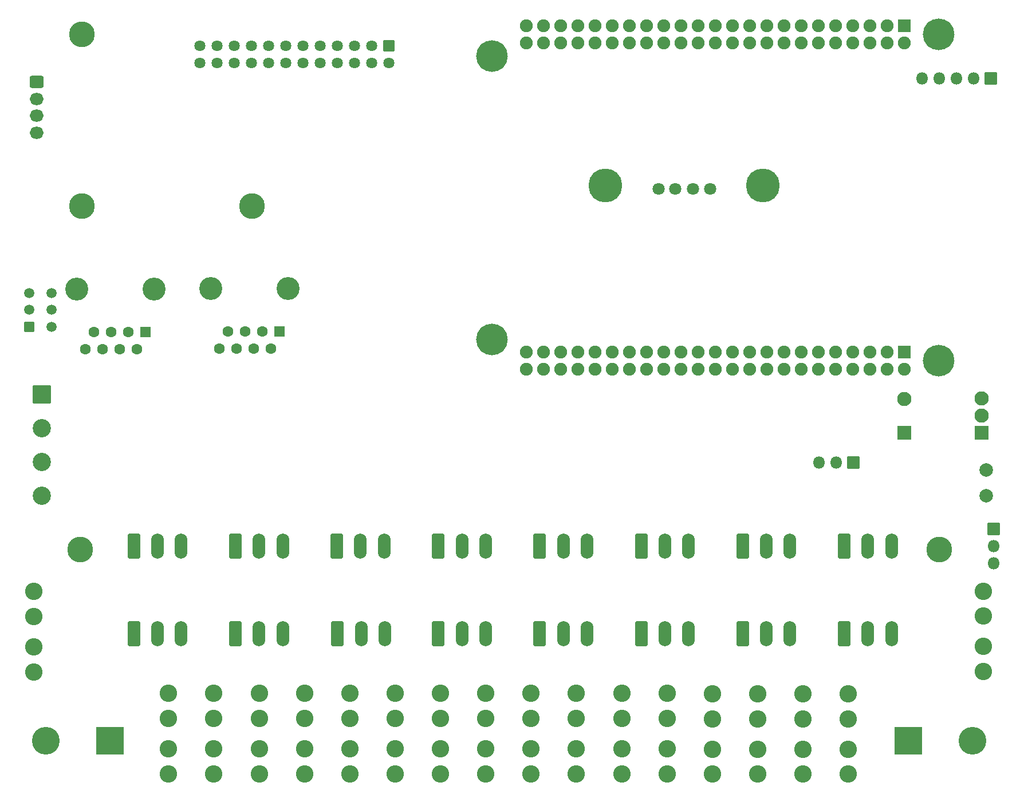
<source format=gbr>
G04 #@! TF.GenerationSoftware,KiCad,Pcbnew,(6.0.2)*
G04 #@! TF.CreationDate,2022-03-08T13:44:08-05:00*
G04 #@! TF.ProjectId,BBB_16,4242425f-3136-42e6-9b69-6361645f7063,v2*
G04 #@! TF.SameCoordinates,Original*
G04 #@! TF.FileFunction,Soldermask,Bot*
G04 #@! TF.FilePolarity,Negative*
%FSLAX46Y46*%
G04 Gerber Fmt 4.6, Leading zero omitted, Abs format (unit mm)*
G04 Created by KiCad (PCBNEW (6.0.2)) date 2022-03-08 13:44:08*
%MOMM*%
%LPD*%
G01*
G04 APERTURE LIST*
G04 Aperture macros list*
%AMRoundRect*
0 Rectangle with rounded corners*
0 $1 Rounding radius*
0 $2 $3 $4 $5 $6 $7 $8 $9 X,Y pos of 4 corners*
0 Add a 4 corners polygon primitive as box body*
4,1,4,$2,$3,$4,$5,$6,$7,$8,$9,$2,$3,0*
0 Add four circle primitives for the rounded corners*
1,1,$1+$1,$2,$3*
1,1,$1+$1,$4,$5*
1,1,$1+$1,$6,$7*
1,1,$1+$1,$8,$9*
0 Add four rect primitives between the rounded corners*
20,1,$1+$1,$2,$3,$4,$5,0*
20,1,$1+$1,$4,$5,$6,$7,0*
20,1,$1+$1,$6,$7,$8,$9,0*
20,1,$1+$1,$8,$9,$2,$3,0*%
G04 Aperture macros list end*
%ADD10C,1.602000*%
%ADD11RoundRect,0.051000X0.750000X0.750000X-0.750000X0.750000X-0.750000X-0.750000X0.750000X-0.750000X0*%
%ADD12C,3.402000*%
%ADD13C,2.577000*%
%ADD14O,1.902000X3.702000*%
%ADD15RoundRect,0.301000X-0.650000X-1.550000X0.650000X-1.550000X0.650000X1.550000X-0.650000X1.550000X0*%
%ADD16O,1.802000X1.802000*%
%ADD17RoundRect,0.051000X-0.850000X0.850000X-0.850000X-0.850000X0.850000X-0.850000X0.850000X0.850000X0*%
%ADD18C,3.802000*%
%ADD19C,1.802000*%
%ADD20C,5.000000*%
%ADD21C,4.102000*%
%ADD22RoundRect,0.051000X2.000000X2.000000X-2.000000X2.000000X-2.000000X-2.000000X2.000000X-2.000000X0*%
%ADD23RoundRect,0.051000X-2.000000X-2.000000X2.000000X-2.000000X2.000000X2.000000X-2.000000X2.000000X0*%
%ADD24C,1.632000*%
%ADD25RoundRect,0.051000X0.765000X0.765000X-0.765000X0.765000X-0.765000X-0.765000X0.765000X-0.765000X0*%
%ADD26C,4.674000*%
%ADD27C,1.902000*%
%ADD28RoundRect,0.051000X-0.900000X-0.900000X0.900000X-0.900000X0.900000X0.900000X-0.900000X0.900000X0*%
%ADD29RoundRect,0.051000X1.000000X-1.000000X1.000000X1.000000X-1.000000X1.000000X-1.000000X-1.000000X0*%
%ADD30C,2.102000*%
%ADD31O,2.052000X1.802000*%
%ADD32RoundRect,0.301000X-0.725000X0.600000X-0.725000X-0.600000X0.725000X-0.600000X0.725000X0.600000X0*%
%ADD33C,2.006000*%
%ADD34RoundRect,0.051000X-0.850000X-0.850000X0.850000X-0.850000X0.850000X0.850000X-0.850000X0.850000X0*%
%ADD35RoundRect,0.051000X-1.300000X1.300000X-1.300000X-1.300000X1.300000X-1.300000X1.300000X1.300000X0*%
%ADD36C,2.702000*%
%ADD37C,1.502000*%
%ADD38RoundRect,0.051000X0.700000X-0.700000X0.700000X0.700000X-0.700000X0.700000X-0.700000X-0.700000X0*%
G04 APERTURE END LIST*
D10*
X81959500Y-87539800D03*
X83229500Y-84999800D03*
X84499500Y-87539800D03*
X85769500Y-84999800D03*
X87039500Y-87539800D03*
X88309500Y-84999800D03*
X89579500Y-87539800D03*
D11*
X90849500Y-84999800D03*
D12*
X92119500Y-78649800D03*
X80689500Y-78649800D03*
D10*
X101759500Y-87439800D03*
X103029500Y-84899800D03*
X104299500Y-87439800D03*
X105569500Y-84899800D03*
X106839500Y-87439800D03*
X108109500Y-84899800D03*
X109379500Y-87439800D03*
D11*
X110649500Y-84899800D03*
D12*
X111919500Y-78549800D03*
X100489500Y-78549800D03*
D13*
X74282600Y-123338600D03*
X74282600Y-127038600D03*
X74282600Y-131538600D03*
X74282600Y-135238600D03*
D14*
X96100000Y-129600000D03*
X92600000Y-129600000D03*
D15*
X89100000Y-129600000D03*
D14*
X126100000Y-116600000D03*
X122600000Y-116600000D03*
D15*
X119100000Y-116600000D03*
D14*
X126214342Y-129600000D03*
X122714342Y-129600000D03*
D15*
X119214342Y-129600000D03*
D14*
X141100000Y-116600000D03*
X137600000Y-116600000D03*
D15*
X134100000Y-116600000D03*
D14*
X141100000Y-129600000D03*
X137600000Y-129600000D03*
D15*
X134100000Y-129600000D03*
D14*
X156100000Y-116600000D03*
X152600000Y-116600000D03*
D15*
X149100000Y-116600000D03*
D14*
X156100000Y-129600000D03*
X152600000Y-129600000D03*
D15*
X149100000Y-129600000D03*
D14*
X171100000Y-116600000D03*
X167600000Y-116600000D03*
D15*
X164100000Y-116600000D03*
D14*
X171100000Y-129600000D03*
X167600000Y-129600000D03*
D15*
X164100000Y-129600000D03*
D14*
X186100000Y-116600000D03*
X182600000Y-116600000D03*
D15*
X179100000Y-116600000D03*
D14*
X186100000Y-129600000D03*
X182600000Y-129600000D03*
D15*
X179100000Y-129600000D03*
D14*
X201100000Y-116600000D03*
X197600000Y-116600000D03*
D15*
X194100000Y-116600000D03*
D14*
X201100000Y-129600000D03*
X197600000Y-129600000D03*
D15*
X194100000Y-129600000D03*
D13*
X94222600Y-138388600D03*
X94222600Y-142088600D03*
X94222600Y-146588600D03*
X94222600Y-150288600D03*
X134425198Y-138398600D03*
X134425198Y-142098600D03*
X134425198Y-146598600D03*
X134425198Y-150298600D03*
X181328229Y-138463600D03*
X181328229Y-142163600D03*
X181328229Y-146663600D03*
X181328229Y-150363600D03*
X100923033Y-138403600D03*
X100923033Y-142103600D03*
X100923033Y-146603600D03*
X100923033Y-150303600D03*
X127724765Y-138398600D03*
X127724765Y-142098600D03*
X127724765Y-146598600D03*
X127724765Y-150298600D03*
X141125631Y-138398600D03*
X141125631Y-142098600D03*
X141125631Y-146598600D03*
X141125631Y-150298600D03*
X147826064Y-138398600D03*
X147826064Y-142098600D03*
X147826064Y-146598600D03*
X147826064Y-150298600D03*
X154526497Y-138398600D03*
X154526497Y-142098600D03*
X154526497Y-146598600D03*
X154526497Y-150298600D03*
X194729100Y-138463600D03*
X194729100Y-142163600D03*
X194729100Y-146663600D03*
X194729100Y-150363600D03*
X121024332Y-138398600D03*
X121024332Y-142098600D03*
X121024332Y-146598600D03*
X121024332Y-150298600D03*
X107623466Y-138403600D03*
X107623466Y-142103600D03*
X107623466Y-146603600D03*
X107623466Y-150303600D03*
X174627796Y-138463600D03*
X174627796Y-142163600D03*
X174627796Y-146663600D03*
X174627796Y-150363600D03*
X161226930Y-138398600D03*
X161226930Y-142098600D03*
X161226930Y-146598600D03*
X161226930Y-150298600D03*
X114323899Y-138403600D03*
X114323899Y-142103600D03*
X114323899Y-146603600D03*
X114323899Y-150303600D03*
D14*
X96100000Y-116600000D03*
X92600000Y-116600000D03*
D15*
X89100000Y-116600000D03*
D14*
X111100000Y-116600000D03*
X107600000Y-116600000D03*
D15*
X104100000Y-116600000D03*
D14*
X111100000Y-129600000D03*
X107600000Y-129600000D03*
D15*
X104100000Y-129600000D03*
D16*
X205607000Y-47499800D03*
X208147000Y-47499800D03*
X210687000Y-47499800D03*
X213227000Y-47499800D03*
D17*
X215767000Y-47499800D03*
D13*
X188028662Y-138463600D03*
X188028662Y-142163600D03*
X188028662Y-146663600D03*
X188028662Y-150363600D03*
X167927363Y-138398600D03*
X167927363Y-142098600D03*
X167927363Y-146598600D03*
X167927363Y-150298600D03*
D18*
X81427600Y-66318600D03*
X106527600Y-66318600D03*
D19*
X174267000Y-63799800D03*
X171767000Y-63799800D03*
X169167000Y-63799800D03*
X166667000Y-63799800D03*
D20*
X182117000Y-63299800D03*
X158817000Y-63299800D03*
D18*
X81127600Y-117118600D03*
D13*
X214726000Y-123281800D03*
X214726000Y-126981800D03*
X214726000Y-131481800D03*
X214726000Y-135181800D03*
D21*
X76067000Y-145399800D03*
D22*
X85567000Y-145399800D03*
D21*
X213067000Y-145399800D03*
D23*
X203567000Y-145399800D03*
D24*
X98897000Y-45169800D03*
X98897000Y-42629800D03*
X101437000Y-45169800D03*
X101437000Y-42629800D03*
X103977000Y-45169800D03*
X103977000Y-42629800D03*
X106517000Y-45169800D03*
X106517000Y-42629800D03*
X109057000Y-45169800D03*
X109057000Y-42629800D03*
X111597000Y-45169800D03*
X111597000Y-42629800D03*
X114137000Y-45169800D03*
X114137000Y-42629800D03*
X116677000Y-45169800D03*
X116677000Y-42629800D03*
X119217000Y-45169800D03*
X119217000Y-42629800D03*
X121757000Y-45169800D03*
X121757000Y-42629800D03*
X124297000Y-45169800D03*
X124297000Y-42629800D03*
X126837000Y-45169800D03*
D25*
X126837000Y-42629800D03*
D26*
X142002000Y-86054800D03*
X208042000Y-89229800D03*
X208042000Y-40969800D03*
X142002000Y-44144800D03*
D27*
X147082000Y-42239800D03*
X147082000Y-39699800D03*
X149622000Y-42239800D03*
X149622000Y-39699800D03*
X152162000Y-42239800D03*
X152162000Y-39699800D03*
X154702000Y-42239800D03*
X154702000Y-39699800D03*
X157242000Y-42239800D03*
X157242000Y-39699800D03*
X159782000Y-42239800D03*
X159782000Y-39699800D03*
X162322000Y-42239800D03*
X162322000Y-39699800D03*
X164862000Y-42239800D03*
X164862000Y-39699800D03*
X167402000Y-42239800D03*
X167402000Y-39699800D03*
X169942000Y-42239800D03*
X169942000Y-39699800D03*
X172482000Y-42239800D03*
X172482000Y-39699800D03*
X175022000Y-42239800D03*
X175022000Y-39699800D03*
X177562000Y-42239800D03*
X177562000Y-39699800D03*
X180102000Y-42239800D03*
X180102000Y-39699800D03*
X182642000Y-42239800D03*
X182642000Y-39699800D03*
X185182000Y-42239800D03*
X185182000Y-39699800D03*
X187722000Y-42239800D03*
X187722000Y-39699800D03*
X190262000Y-42239800D03*
X190262000Y-39699800D03*
X192802000Y-42239800D03*
X192802000Y-39699800D03*
X195342000Y-42239800D03*
X195342000Y-39699800D03*
X197882000Y-42239800D03*
X197882000Y-39699800D03*
X200422000Y-42239800D03*
X200422000Y-39699800D03*
X202962000Y-42239800D03*
D28*
X202962000Y-39699800D03*
D27*
X147082000Y-90499800D03*
X147082000Y-87959800D03*
X149622000Y-90499800D03*
X149622000Y-87959800D03*
X152162000Y-90499800D03*
X152162000Y-87959800D03*
X154702000Y-90499800D03*
X154702000Y-87959800D03*
X157242000Y-90499800D03*
X157242000Y-87959800D03*
X159782000Y-90499800D03*
X159782000Y-87959800D03*
X162322000Y-90499800D03*
X162322000Y-87959800D03*
X164862000Y-90499800D03*
X164862000Y-87959800D03*
X167402000Y-90499800D03*
X167402000Y-87959800D03*
X169942000Y-90499800D03*
X169942000Y-87959800D03*
X172482000Y-90499800D03*
X172482000Y-87959800D03*
X175022000Y-90499800D03*
X175022000Y-87959800D03*
X177562000Y-90499800D03*
X177562000Y-87959800D03*
X180102000Y-90499800D03*
X180102000Y-87959800D03*
X182642000Y-90499800D03*
X182642000Y-87959800D03*
X185182000Y-90499800D03*
X185182000Y-87959800D03*
X187722000Y-90499800D03*
X187722000Y-87959800D03*
X190262000Y-90499800D03*
X190262000Y-87959800D03*
X192802000Y-90499800D03*
X192802000Y-87959800D03*
X195342000Y-90499800D03*
X195342000Y-87959800D03*
X197882000Y-90499800D03*
X197882000Y-87959800D03*
X200422000Y-90499800D03*
X200422000Y-87959800D03*
X202962000Y-90499800D03*
D28*
X202962000Y-87959800D03*
D18*
X208127600Y-117118600D03*
D16*
X190412000Y-104299800D03*
X192952000Y-104299800D03*
D17*
X195492000Y-104299800D03*
D29*
X214467000Y-99899800D03*
D30*
X214467000Y-97359800D03*
X214467000Y-94819800D03*
D31*
X74767000Y-55499800D03*
X74767000Y-52999800D03*
X74767000Y-50499800D03*
D32*
X74767000Y-47999800D03*
D33*
X215117459Y-105395360D03*
X215117459Y-109205360D03*
D16*
X216167000Y-119179800D03*
X216167000Y-116639800D03*
D34*
X216167000Y-114099800D03*
D35*
X75467000Y-94199800D03*
D36*
X75467000Y-99199800D03*
X75467000Y-104199800D03*
X75467000Y-109199800D03*
D37*
X76967000Y-79199800D03*
X76967000Y-81699800D03*
X76967000Y-84199800D03*
X73667000Y-79199800D03*
X73667000Y-81699800D03*
D38*
X73667000Y-84199800D03*
D30*
X202967000Y-94899800D03*
D29*
X202967000Y-99899800D03*
D18*
X81427600Y-40918600D03*
M02*

</source>
